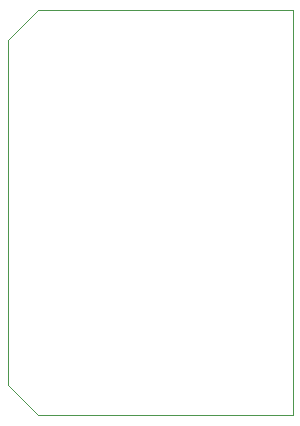
<source format=gm1>
G04 #@! TF.FileFunction,Profile,NP*
%FSLAX46Y46*%
G04 Gerber Fmt 4.6, Leading zero omitted, Abs format (unit mm)*
G04 Created by KiCad (PCBNEW 4.0.7-e2-6376~58~ubuntu17.04.1) date Tue Oct  3 10:22:26 2017*
%MOMM*%
%LPD*%
G01*
G04 APERTURE LIST*
%ADD10C,0.100000*%
G04 APERTURE END LIST*
D10*
X157480000Y-123190000D02*
X156845000Y-123190000D01*
X178435000Y-88900000D02*
X178435000Y-123190000D01*
X156845000Y-88900000D02*
X178435000Y-88900000D01*
X154305000Y-91440000D02*
X156845000Y-88900000D01*
X154305000Y-120650000D02*
X154305000Y-91440000D01*
X156845000Y-123190000D02*
X154305000Y-120650000D01*
X178435000Y-123190000D02*
X157480000Y-123190000D01*
M02*

</source>
